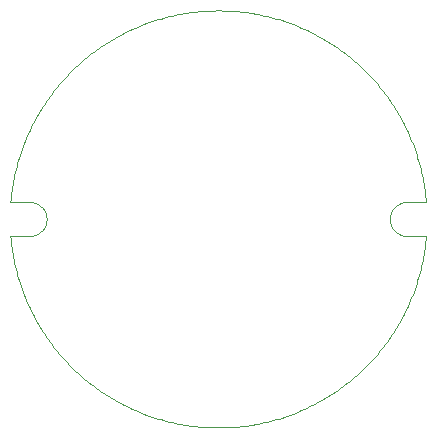
<source format=gko>
G04*
G04 #@! TF.GenerationSoftware,Altium Limited,Altium Designer,19.0.12 (326)*
G04*
G04 Layer_Color=16711935*
%FSLAX25Y25*%
%MOIN*%
G70*
G01*
G75*
%ADD40C,0.00050*%
D40*
X266108Y202650D02*
X266018Y203645D01*
X265913Y204638D01*
X265794Y205630D01*
X265660Y206619D01*
X265513Y207607D01*
X265351Y208593D01*
X265176Y209576D01*
X264986Y210556D01*
X264782Y211534D01*
X264564Y212508D01*
X264332Y213480D01*
X264086Y214448D01*
X263826Y215412D01*
X263552Y216372D01*
X263265Y217329D01*
X262964Y218281D01*
X262649Y219229D01*
X262321Y220172D01*
X261979Y221110D01*
X261624Y222044D01*
X261255Y222972D01*
X260873Y223895D01*
X260478Y224812D01*
X260069Y225723D01*
X259648Y226628D01*
X259213Y227528D01*
X258766Y228421D01*
X258306Y229307D01*
X257834Y230187D01*
X257348Y231060D01*
X256850Y231925D01*
X256340Y232784D01*
X255818Y233635D01*
X255283Y234478D01*
X254736Y235314D01*
X254178Y236142D01*
X253607Y236962D01*
X253025Y237773D01*
X252431Y238576D01*
X251826Y239370D01*
X251209Y240156D01*
X250581Y240932D01*
X249942Y241700D01*
X249292Y242458D01*
X248632Y243207D01*
X247960Y243946D01*
X247278Y244676D01*
X246586Y245396D01*
X245883Y246105D01*
X245170Y246805D01*
X244448Y247494D01*
X243715Y248172D01*
X242973Y248841D01*
X242221Y249498D01*
X241460Y250145D01*
X240689Y250780D01*
X239910Y251404D01*
X239122Y252017D01*
X238324Y252619D01*
X237519Y253209D01*
X236705Y253788D01*
X235882Y254355D01*
X235052Y254910D01*
X234214Y255452D01*
X233368Y255983D01*
X232515Y256502D01*
X231654Y257008D01*
X230786Y257502D01*
X229911Y257983D01*
X229029Y258452D01*
X228140Y258908D01*
X227246Y259351D01*
X226344Y259782D01*
X225437Y260199D01*
X224524Y260603D01*
X223605Y260994D01*
X222680Y261372D01*
X221751Y261737D01*
X220816Y262088D01*
X219876Y262425D01*
X218931Y262749D01*
X217982Y263060D01*
X217028Y263357D01*
X216071Y263640D01*
X215109Y263909D01*
X214144Y264164D01*
X213175Y264406D01*
X212202Y264634D01*
X211227Y264847D01*
X210248Y265047D01*
X209267Y265232D01*
X208283Y265404D01*
X207297Y265561D01*
X206308Y265704D01*
X205318Y265833D01*
X204326Y265947D01*
X203332Y266047D01*
X202337Y266133D01*
X201341Y266205D01*
X200344Y266263D01*
X199347Y266305D01*
X198348Y266334D01*
X197350Y266349D01*
X196351D01*
X195352Y266334D01*
X194354Y266305D01*
X193357Y266263D01*
X192359Y266205D01*
X191363Y266133D01*
X190368Y266048D01*
X189375Y265947D01*
X188383Y265833D01*
X187392Y265704D01*
X186404Y265561D01*
X185418Y265404D01*
X184434Y265232D01*
X183453Y265047D01*
X182474Y264847D01*
X181499Y264634D01*
X180526Y264406D01*
X179557Y264164D01*
X178592Y263909D01*
X177630Y263640D01*
X176672Y263357D01*
X175719Y263060D01*
X174770Y262750D01*
X173825Y262425D01*
X172885Y262088D01*
X171950Y261737D01*
X171020Y261372D01*
X170096Y260994D01*
X169177Y260603D01*
X168264Y260199D01*
X167357Y259782D01*
X166455Y259351D01*
X165560Y258908D01*
X164672Y258452D01*
X163790Y257983D01*
X162915Y257502D01*
X162047Y257008D01*
X161186Y256502D01*
X160333Y255983D01*
X159487Y255453D01*
X158649Y254910D01*
X157818Y254355D01*
X156996Y253788D01*
X156182Y253209D01*
X155376Y252619D01*
X154579Y252017D01*
X153791Y251404D01*
X153012Y250780D01*
X152241Y250145D01*
X151480Y249498D01*
X150728Y248841D01*
X149986Y248173D01*
X149253Y247494D01*
X148530Y246805D01*
X147818Y246105D01*
X147115Y245396D01*
X146423Y244676D01*
X145741Y243946D01*
X145069Y243207D01*
X144408Y242458D01*
X143758Y241700D01*
X143120Y240932D01*
X142492Y240156D01*
X141875Y239370D01*
X141270Y238576D01*
X140676Y237773D01*
X140094Y236962D01*
X139523Y236142D01*
X138964Y235314D01*
X138418Y234478D01*
X137883Y233635D01*
X137361Y232784D01*
X136850Y231925D01*
X136353Y231060D01*
X135867Y230187D01*
X135395Y229307D01*
X134934Y228421D01*
X134487Y227528D01*
X134053Y226628D01*
X133632Y225723D01*
X133223Y224812D01*
X132828Y223894D01*
X132446Y222972D01*
X132077Y222043D01*
X131722Y221110D01*
X131380Y220172D01*
X131052Y219229D01*
X130737Y218281D01*
X130436Y217329D01*
X130148Y216372D01*
X129875Y215412D01*
X129615Y214447D01*
X129369Y213480D01*
X129137Y212508D01*
X128919Y211534D01*
X128715Y210556D01*
X128525Y209576D01*
X128349Y208593D01*
X128188Y207607D01*
X128040Y206619D01*
X127907Y205629D01*
X127788Y204638D01*
X127683Y203645D01*
X127593Y202650D01*
X259850Y202650D02*
X258843Y202562D01*
X257867Y202301D01*
X256950Y201873D01*
X256122Y201293D01*
X255407Y200579D01*
X254827Y199750D01*
X254400Y198834D01*
X254138Y197857D01*
X254050Y196850D01*
X254138Y195843D01*
X254400Y194867D01*
X254827Y193950D01*
X255407Y193122D01*
X256122Y192407D01*
X256950Y191827D01*
X257867Y191400D01*
X258843Y191139D01*
X259850Y191050D01*
X127593Y191050D02*
X127683Y190056D01*
X127788Y189063D01*
X127907Y188071D01*
X128040Y187081D01*
X128188Y186094D01*
X128349Y185108D01*
X128525Y184125D01*
X128715Y183145D01*
X128919Y182167D01*
X129137Y181192D01*
X129369Y180221D01*
X129615Y179253D01*
X129875Y178289D01*
X130148Y177328D01*
X130436Y176372D01*
X130737Y175420D01*
X131052Y174472D01*
X131380Y173529D01*
X131722Y172590D01*
X132077Y171657D01*
X132446Y170729D01*
X132828Y169806D01*
X133223Y168889D01*
X133632Y167978D01*
X134053Y167072D01*
X134487Y166173D01*
X134935Y165280D01*
X135395Y164394D01*
X135867Y163514D01*
X136353Y162641D01*
X136851Y161775D01*
X137361Y160917D01*
X137883Y160066D01*
X138418Y159222D01*
X138964Y158386D01*
X139523Y157559D01*
X140094Y156739D01*
X140676Y155928D01*
X141270Y155125D01*
X141875Y154330D01*
X142492Y153545D01*
X143120Y152768D01*
X143759Y152001D01*
X144409Y151242D01*
X145069Y150494D01*
X145741Y149754D01*
X146423Y149025D01*
X147115Y148305D01*
X147818Y147595D01*
X148531Y146896D01*
X149253Y146207D01*
X149986Y145528D01*
X150728Y144860D01*
X151480Y144203D01*
X152241Y143556D01*
X153012Y142921D01*
X153791Y142296D01*
X154579Y141683D01*
X155377Y141081D01*
X156182Y140491D01*
X156996Y139913D01*
X157818Y139346D01*
X158649Y138791D01*
X159487Y138248D01*
X160333Y137717D01*
X161186Y137199D01*
X162047Y136692D01*
X162915Y136198D01*
X163790Y135717D01*
X164672Y135248D01*
X165561Y134792D01*
X166456Y134349D01*
X167357Y133919D01*
X168264Y133502D01*
X169177Y133097D01*
X170096Y132706D01*
X171021Y132328D01*
X171950Y131964D01*
X172885Y131613D01*
X173825Y131275D01*
X174770Y130951D01*
X175719Y130641D01*
X176673Y130344D01*
X177630Y130061D01*
X178592Y129792D01*
X179558Y129536D01*
X180527Y129295D01*
X181499Y129067D01*
X182475Y128853D01*
X183453Y128654D01*
X184434Y128468D01*
X185418Y128297D01*
X186404Y128140D01*
X187393Y127997D01*
X188383Y127868D01*
X189375Y127754D01*
X190369Y127653D01*
X191364Y127567D01*
X192360Y127496D01*
X193357Y127438D01*
X194355Y127395D01*
X195353Y127366D01*
X196351Y127352D01*
X197350Y127352D01*
X198349Y127366D01*
X199347Y127395D01*
X200345Y127438D01*
X201342Y127496D01*
X202338Y127567D01*
X203333Y127653D01*
X204326Y127754D01*
X205318Y127868D01*
X206309Y127997D01*
X207297Y128140D01*
X208283Y128297D01*
X209267Y128469D01*
X210248Y128654D01*
X211227Y128854D01*
X212202Y129067D01*
X213175Y129295D01*
X214144Y129536D01*
X215109Y129792D01*
X216071Y130061D01*
X217029Y130344D01*
X217982Y130641D01*
X218931Y130951D01*
X219876Y131275D01*
X220816Y131613D01*
X221751Y131964D01*
X222680Y132329D01*
X223605Y132706D01*
X224524Y133098D01*
X225437Y133502D01*
X226344Y133919D01*
X227246Y134349D01*
X228140Y134792D01*
X229029Y135248D01*
X229911Y135717D01*
X230786Y136199D01*
X231654Y136693D01*
X232515Y137199D01*
X233368Y137717D01*
X234214Y138248D01*
X235052Y138791D01*
X235882Y139346D01*
X236705Y139913D01*
X237519Y140491D01*
X238324Y141082D01*
X239121Y141683D01*
X239910Y142296D01*
X240689Y142921D01*
X241459Y143556D01*
X242221Y144203D01*
X242972Y144860D01*
X243715Y145528D01*
X244447Y146207D01*
X245170Y146896D01*
X245883Y147595D01*
X246586Y148305D01*
X247278Y149025D01*
X247960Y149754D01*
X248632Y150493D01*
X249292Y151242D01*
X249942Y152000D01*
X250581Y152768D01*
X251209Y153545D01*
X251826Y154330D01*
X252431Y155124D01*
X253025Y155927D01*
X253607Y156739D01*
X254177Y157558D01*
X254736Y158386D01*
X255283Y159222D01*
X255818Y160065D01*
X256340Y160916D01*
X256850Y161775D01*
X257348Y162641D01*
X257833Y163514D01*
X258306Y164393D01*
X258766Y165280D01*
X259213Y166173D01*
X259648Y167072D01*
X260069Y167977D01*
X260477Y168889D01*
X260873Y169806D01*
X261255Y170728D01*
X261623Y171657D01*
X261979Y172590D01*
X262320Y173528D01*
X262649Y174471D01*
X262964Y175419D01*
X263265Y176371D01*
X263552Y177328D01*
X263826Y178288D01*
X264086Y179252D01*
X264331Y180220D01*
X264563Y181192D01*
X264781Y182166D01*
X264985Y183144D01*
X265175Y184124D01*
X265351Y185107D01*
X265513Y186093D01*
X265660Y187081D01*
X265794Y188070D01*
X265913Y189062D01*
X266017Y190055D01*
X266108Y191050D01*
X133850Y191050D02*
X134857Y191139D01*
X135834Y191400D01*
X136750Y191827D01*
X137579Y192407D01*
X138294Y193122D01*
X138873Y193950D01*
X139301Y194867D01*
X139562Y195843D01*
X139650Y196850D01*
X139562Y197857D01*
X139301Y198834D01*
X138873Y199750D01*
X138294Y200579D01*
X137579Y201293D01*
X136750Y201873D01*
X135834Y202301D01*
X134857Y202562D01*
X133850Y202650D01*
X127593D02*
X133850D01*
X259850D02*
X266108D01*
X259850Y191050D02*
X266108D01*
X127593D02*
X133850D01*
M02*

</source>
